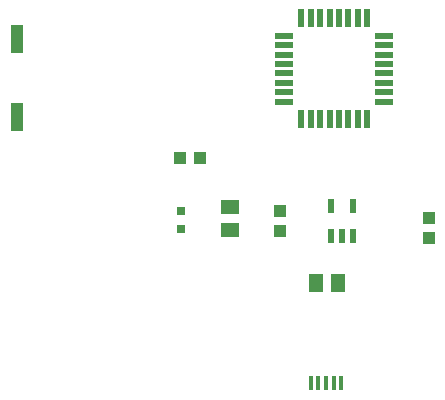
<source format=gbr>
G04 EAGLE Gerber RS-274X export*
G75*
%MOMM*%
%FSLAX34Y34*%
%LPD*%
%INSolderpaste Top*%
%IPPOS*%
%AMOC8*
5,1,8,0,0,1.08239X$1,22.5*%
G01*
%ADD10R,1.240000X1.500000*%
%ADD11R,1.000000X1.075000*%
%ADD12R,1.500000X1.240000*%
%ADD13R,0.800000X0.800000*%
%ADD14R,1.075000X1.000000*%
%ADD15R,0.550000X1.200000*%
%ADD16R,0.600000X1.500000*%
%ADD17R,1.500000X0.600000*%
%ADD18R,1.000000X2.400000*%
%ADD19R,0.400000X1.200000*%


D10*
X487578Y324334D03*
X506578Y324334D03*
D11*
X456700Y385600D03*
X456700Y368600D03*
X582988Y379956D03*
X582988Y362956D03*
D12*
X415100Y388600D03*
X415100Y369600D03*
D13*
X373140Y370632D03*
X373140Y385632D03*
D14*
X372400Y430100D03*
X389400Y430100D03*
D15*
X500000Y363999D03*
X509500Y363999D03*
X519000Y363999D03*
X519000Y390001D03*
X500000Y390001D03*
D16*
X531000Y548500D03*
X523000Y548500D03*
X515000Y548500D03*
X507000Y548500D03*
X499000Y548500D03*
X491000Y548500D03*
X483000Y548500D03*
X475000Y548500D03*
D17*
X460500Y534000D03*
X460500Y526000D03*
X460500Y518000D03*
X460500Y510000D03*
X460500Y502000D03*
X460500Y494000D03*
X460500Y486000D03*
X460500Y478000D03*
D16*
X475000Y463500D03*
X483000Y463500D03*
X491000Y463500D03*
X499000Y463500D03*
X507000Y463500D03*
X515000Y463500D03*
X523000Y463500D03*
X531000Y463500D03*
D17*
X545500Y478000D03*
X545500Y486000D03*
X545500Y494000D03*
X545500Y502000D03*
X545500Y510000D03*
X545500Y518000D03*
X545500Y526000D03*
X545500Y534000D03*
D18*
X234000Y531000D03*
X234000Y465000D03*
D19*
X483000Y239550D03*
X489500Y239550D03*
X496000Y239550D03*
X502500Y239550D03*
X509000Y239550D03*
M02*

</source>
